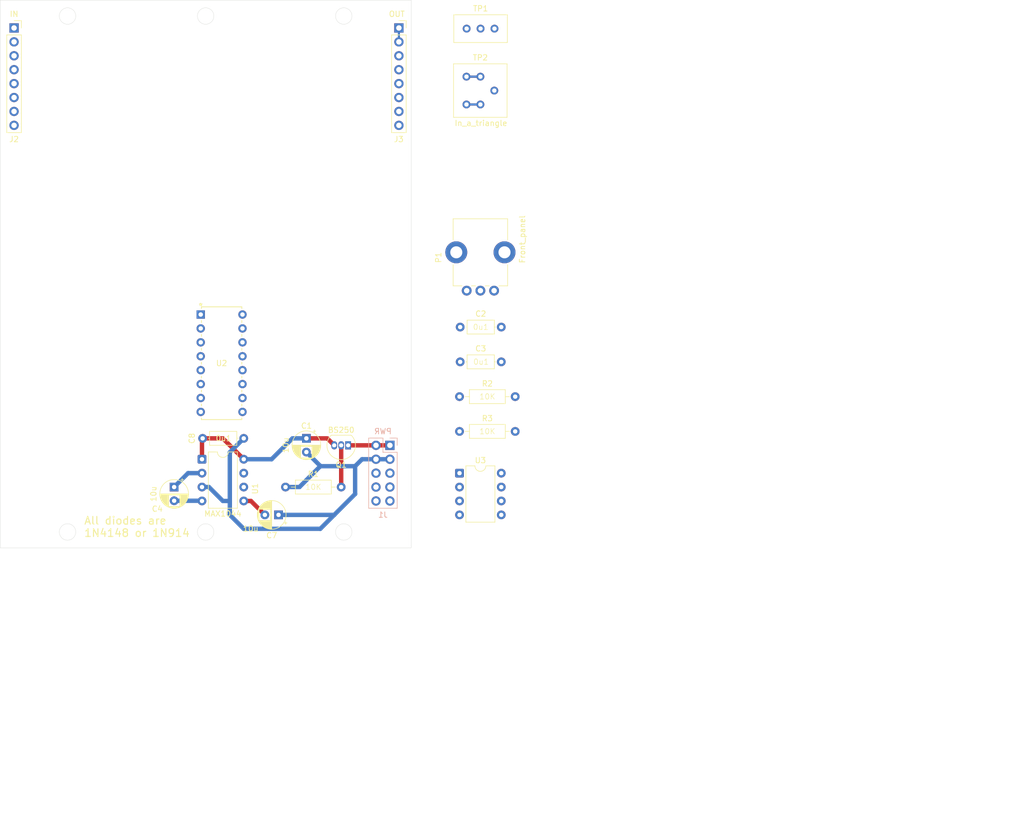
<source format=kicad_pcb>
(kicad_pcb (version 20241229) (generator "pcbnew") (generator_version "9.0")
  (layers (0 "F.Cu" signal) (2 "B.Cu" signal) (13 "F.Paste" user) (15 "B.Paste" user) (5 "F.SilkS" user "F.Silkscreen") (7 "B.SilkS" user "B.Silkscreen") (1 "F.Mask" user) (3 "B.Mask" user) (25 "Edge.Cuts" user))
  (net 0 "")
  (net 1 "+5V")
  (net 2 "GND")
  (net 4 "-5V")
  (net 5 "Net-(U1-CAP+)")
  (net 6 "Net-(U1-CAP-)")
  (net 9 "STOP")
  (net 10 "GATE")
  (net 11 "CV")
  (net 12 "CTRL")
  (net 13 "CLOCK")
  (net 14 "START")
  (net 17 "Net-(Q1-G)")
  (net 27 "Net-(J1-Pin_1)")
  (footprint "Aaron_Library:Potentiometer_TW_Frontpanel" (layer "F.Cu") (at 115.53 78.44 90)
    (property "Reference" "P1" (at 6.05 -10.15 90) (layer "F.SilkS"))
    (property "Value" "Front_panel" (hide yes))
    (fp_text user "${VALUE}" (at 4.920066 5.738379 90) (layer "F.SilkS") (effects (justify left bottom)))
    (pad "" np_thru_hole circle (at 7 -6.9 90) (size 4 4) (drill 2.2) (layers "*.Cu" "*.Mask"))
    (pad "" np_thru_hole circle (at 7 1.9 90) (size 4 4) (drill 2.2) (layers "*.Cu" "*.Mask"))
    (pad "1" thru_hole circle (at 0 0 90) (size 1.8 1.8) (drill 1) (layers "*.Cu" "*.Mask"))
    (pad "2" thru_hole circle (at 0 -2.5 90) (size 1.8 1.8) (drill 1) (layers "*.Cu" "*.Mask"))
    (pad "3" thru_hole circle (at 0 -5 90) (size 1.8 1.8) (drill 1) (layers "*.Cu" "*.Mask"))
  )
  (footprint "Package_DIP:DIP-8_W7.62mm" (layer "F.Cu") (at 109.22 111.76)
    (property "Reference" "U3" (at 3.81 -2.33 0) (layer "F.SilkS"))
    (property "Value" "TL072")
    (pad "1" thru_hole roundrect (at 0 0) (size 1.6 1.6) (drill 0.8) (layers "*.Cu" "*.Mask") (roundrect_rratio 0.15625))
    (pad "2" thru_hole circle (at 0 2.54) (size 1.6 1.6) (drill 0.8) (layers "*.Cu" "*.Mask"))
    (pad "3" thru_hole circle (at 0 5.08) (size 1.6 1.6) (drill 0.8) (layers "*.Cu" "*.Mask"))
    (pad "4" thru_hole circle (at 0 7.62) (size 1.6 1.6) (drill 0.8) (layers "*.Cu" "*.Mask"))
    (pad "5" thru_hole circle (at 7.62 7.62) (size 1.6 1.6) (drill 0.8) (layers "*.Cu" "*.Mask"))
    (pad "6" thru_hole circle (at 7.62 5.08) (size 1.6 1.6) (drill 0.8) (layers "*.Cu" "*.Mask"))
    (pad "7" thru_hole circle (at 7.62 2.54) (size 1.6 1.6) (drill 0.8) (layers "*.Cu" "*.Mask"))
    (pad "8" thru_hole circle (at 7.62 0) (size 1.6 1.6) (drill 0.8) (layers "*.Cu" "*.Mask"))
  )
  (footprint "Package_TO_SOT_THT:TO-92_Inline" (layer "F.Cu") (at 88.9 106.68 180)
    (property "Reference" "Q1" (at 1.27 -3.56 0) (layer "F.SilkS"))
    (property "Value" "BS250" (at 1.27 2.79 0) (layer "F.SilkS"))
    (pad "1" thru_hole rect (at 0 0 180) (size 1.05 1.5) (drill 0.75) (layers "*.Cu" "*.Mask") (net 27 "Net-(J1-Pin_1)"))
    (pad "2" thru_hole oval (at 1.27 0 180) (size 1.05 1.5) (drill 0.75) (layers "*.Cu" "*.Mask") (net 17 "Net-(Q1-G)"))
    (pad "3" thru_hole oval (at 2.54 0 180) (size 1.05 1.5) (drill 0.75) (layers "*.Cu" "*.Mask") (net 1 "+5V"))
  )
  (footprint "Connector_PinSocket_2.54mm:PinSocket_1x08_P2.54mm_Vertical" (layer "F.Cu") (at 27.94 30.48)
    (property "Reference" "J2" (at 0 20.32 180) (layer "F.SilkS"))
    (property "Value" "IN" (at 0 -2.54 0) (layer "F.SilkS"))
    (pad "1" thru_hole rect (at 0 0) (size 1.7 1.7) (drill 1) (layers "*.Cu" "*.Mask"))
    (pad "2" thru_hole oval (at 0 2.54) (size 1.7 1.7) (drill 1) (layers "*.Cu" "*.Mask"))
    (pad "3" thru_hole oval (at 0 5.08) (size 1.7 1.7) (drill 1) (layers "*.Cu" "*.Mask"))
    (pad "4" thru_hole oval (at 0 7.62) (size 1.7 1.7) (drill 1) (layers "*.Cu" "*.Mask"))
    (pad "5" thru_hole oval (at 0 10.16) (size 1.7 1.7) (drill 1) (layers "*.Cu" "*.Mask"))
    (pad "6" thru_hole oval (at 0 12.7) (size 1.7 1.7) (drill 1) (layers "*.Cu" "*.Mask"))
    (pad "7" thru_hole oval (at 0 15.24) (size 1.7 1.7) (drill 1) (layers "*.Cu" "*.Mask"))
    (pad "8" thru_hole oval (at 0 17.78) (size 1.7 1.7) (drill 1) (layers "*.Cu" "*.Mask"))
  )
  (footprint "SSM2164:N_16_ADI" (layer "F.Cu") (at 62 82.8)
    (property "Reference" "U2" (at 3.81 8.89 0) (layer "F.SilkS"))
    (property "Value" "SSM2164PZ")
    (fp_text user "*" (at 0 -1.524 0) (layer "F.SilkS"))
    (fp_text user "*" (at 0 -1.524 0) (layer "F.SilkS"))
    (pad "1" thru_hole rect (at 0 0) (size 1.524 1.524) (drill 0.8128) (layers "*.Cu" "*.Mask"))
    (pad "2" thru_hole circle (at 0 2.54) (size 1.524 1.524) (drill 0.8128) (layers "*.Cu" "*.Mask"))
    (pad "3" thru_hole circle (at 0 5.08) (size 1.524 1.524) (drill 0.8128) (layers "*.Cu" "*.Mask"))
    (pad "4" thru_hole circle (at 0 7.62) (size 1.524 1.524) (drill 0.8128) (layers "*.Cu" "*.Mask"))
    (pad "5" thru_hole circle (at 0 10.16) (size 1.524 1.524) (drill 0.8128) (layers "*.Cu" "*.Mask"))
    (pad "6" thru_hole circle (at 0 12.7) (size 1.524 1.524) (drill 0.8128) (layers "*.Cu" "*.Mask"))
    (pad "7" thru_hole circle (at 0 15.24) (size 1.524 1.524) (drill 0.8128) (layers "*.Cu" "*.Mask"))
    (pad "8" thru_hole circle (at 0 17.78) (size 1.524 1.524) (drill 0.8128) (layers "*.Cu" "*.Mask"))
    (pad "9" thru_hole circle (at 7.62 17.78) (size 1.524 1.524) (drill 0.8128) (layers "*.Cu" "*.Mask"))
    (pad "10" thru_hole circle (at 7.62 15.24) (size 1.524 1.524) (drill 0.8128) (layers "*.Cu" "*.Mask"))
    (pad "11" thru_hole circle (at 7.62 12.7) (size 1.524 1.524) (drill 0.8128) (layers "*.Cu" "*.Mask"))
    (pad "12" thru_hole circle (at 7.62 10.16) (size 1.524 1.524) (drill 0.8128) (layers "*.Cu" "*.Mask"))
    (pad "13" thru_hole circle (at 7.62 7.62) (size 1.524 1.524) (drill 0.8128) (layers "*.Cu" "*.Mask"))
    (pad "14" thru_hole circle (at 7.62 5.08) (size 1.524 1.524) (drill 0.8128) (layers "*.Cu" "*.Mask"))
    (pad "15" thru_hole circle (at 7.62 2.54) (size 1.524 1.524) (drill 0.8128) (layers "*.Cu" "*.Mask"))
    (pad "16" thru_hole circle (at 7.62 0) (size 1.524 1.524) (drill 0.8128) (layers "*.Cu" "*.Mask"))
  )
  (footprint "Aaron_Library:C_Axial_Aaron" (layer "F.Cu") (at 62.35 105.41)
    (property "Reference" "C8" (at -1.958464 0 90) (layer "F.SilkS"))
    (property "Value" "0u1" (hide yes))
    (fp_text user "${VALUE}" (at 3.81 0 0) (layer "F.SilkS"))
    (pad "1" thru_hole circle (at 0 0) (size 1.6 1.6) (drill 0.8) (layers "*.Cu" "*.Mask") (net 1 "+5V"))
    (pad "2" thru_hole oval (at 7.5 0) (size 1.6 1.6) (drill 0.8) (layers "*.Cu" "*.Mask") (net 2 "GND"))
  )
  (footprint "Package_DIP:DIP-8_W7.62mm" (layer "F.Cu") (at 62.23 109.22)
    (property "Reference" "U1" (at 9.700364 5.387333 90) (layer "F.SilkS"))
    (property "Value" "MAX1044" (at 3.81 9.95 0) (layer "F.SilkS"))
    (pad "1" thru_hole roundrect (at 0 0) (size 1.6 1.6) (drill 0.8) (layers "*.Cu" "*.Mask") (roundrect_rratio 0.15625) (net 1 "+5V"))
    (pad "2" thru_hole circle (at 0 2.54) (size 1.6 1.6) (drill 0.8) (layers "*.Cu" "*.Mask") (net 5 "Net-(U1-CAP+)"))
    (pad "3" thru_hole circle (at 0 5.08) (size 1.6 1.6) (drill 0.8) (layers "*.Cu" "*.Mask") (net 2 "GND"))
    (pad "4" thru_hole circle (at 0 7.62) (size 1.6 1.6) (drill 0.8) (layers "*.Cu" "*.Mask") (net 6 "Net-(U1-CAP-)"))
    (pad "5" thru_hole circle (at 7.62 7.62) (size 1.6 1.6) (drill 0.8) (layers "*.Cu" "*.Mask") (net 4 "-5V"))
    (pad "6" thru_hole circle (at 7.62 5.08) (size 1.6 1.6) (drill 0.8) (layers "*.Cu" "*.Mask"))
    (pad "7" thru_hole circle (at 7.62 2.54) (size 1.6 1.6) (drill 0.8) (layers "*.Cu" "*.Mask"))
    (pad "8" thru_hole circle (at 7.62 0) (size 1.6 1.6) (drill 0.8) (layers "*.Cu" "*.Mask"))
  )
  (footprint "Aaron_Library:Potentiometer_Square_Trimpot_Aaron" (layer "F.Cu") (at 113.03 44.45)
    (property "Reference" "TP2" (at -0.015 -8.555 0) (layer "F.SilkS"))
    (property "Value" "In_a_triangle" (hide yes))
    (fp_line (start -1.82 -5.08) (end -0.72 -5.08) (stroke (width 0.4)) (layer "F.Cu"))
    (fp_line (start -1.82 0) (end -0.72 0) (stroke (width 0.4)) (layer "F.Cu"))
    (fp_line (start -1.82 -5.08) (end -0.72 -5.08) (stroke (width 0.4)) (layer "B.Cu"))
    (fp_line (start -1.82 0) (end -0.72 0) (stroke (width 0.4)) (layer "B.Cu"))
    (fp_text user "${VALUE}" (at 0.109029 3.413435 0) (layer "F.SilkS"))
    (pad "1" thru_hole circle (at -2.54 0) (size 1.44 1.44) (drill 0.8) (layers "*.Cu" "*.Mask"))
    (pad "1" thru_hole circle (at 0 0) (size 1.44 1.44) (drill 0.8) (layers "*.Cu" "*.Mask"))
    (pad "2" thru_hole circle (at 2.54 -2.54) (size 1.44 1.44) (drill 0.8) (layers "*.Cu" "*.Mask"))
    (pad "3" thru_hole circle (at -2.54 -5.08) (size 1.44 1.44) (drill 0.8) (layers "*.Cu" "*.Mask"))
    (pad "3" thru_hole circle (at 0 -5.08) (size 1.44 1.44) (drill 0.8) (layers "*.Cu" "*.Mask"))
  )
  (footprint "Aaron_Library:R_Axial_Aaron" (layer "F.Cu") (at 77.47 114.3)
    (property "Reference" "R1" (at 5.08 -2.37 0) (layer "F.SilkS"))
    (property "Value" "10K" (hide yes))
    (fp_text user "${VALUE}" (at 5.08 0 0) (layer "F.SilkS") (effects (font (thickness 0.1))))
    (pad "1" thru_hole circle (at 0 0) (size 1.6 1.6) (drill 0.8) (layers "*.Cu" "*.Mask") (net 2 "GND"))
    (pad "2" thru_hole oval (at 10.16 0) (size 1.6 1.6) (drill 0.8) (layers "*.Cu" "*.Mask") (net 17 "Net-(Q1-G)"))
  )
  (footprint "Capacitor_THT:CP_Radial_D5.0mm_P2.50mm" (layer "F.Cu") (at 81.28 105.41 -90)
    (property "Reference" "C1" (at -2.282517 -0.017569 180) (layer "F.SilkS"))
    (property "Value" "10u" (at 1.25 3.75 90) (layer "F.SilkS"))
    (pad "1" thru_hole rect (at 0 0 270) (size 1.6 1.6) (drill 0.8) (layers "*.Cu" "*.Mask") (net 1 "+5V"))
    (pad "2" thru_hole circle (at 2.5 0 270) (size 1.6 1.6) (drill 0.8) (layers "*.Cu" "*.Mask") (net 2 "GND"))
  )
  (footprint "Connector_PinSocket_2.54mm:PinSocket_1x08_P2.54mm_Vertical" (layer "F.Cu") (at 98.16 30.48)
    (property "Reference" "J3" (at -0.025 20.32 0) (layer "F.SilkS"))
    (property "Value" "OUT" (at -0.37 -2.54 0) (layer "F.SilkS"))
    (pad "1" thru_hole rect (at 0 0) (size 1.7 1.7) (drill 1) (layers "*.Cu" "*.Mask"))
    (pad "2" thru_hole oval (at 0 2.54) (size 1.7 1.7) (drill 1) (layers "*.Cu" "*.Mask"))
    (pad "3" thru_hole oval (at 0 5.08) (size 1.7 1.7) (drill 1) (layers "*.Cu" "*.Mask"))
    (pad "4" thru_hole oval (at 0 7.62) (size 1.7 1.7) (drill 1) (layers "*.Cu" "*.Mask"))
    (pad "5" thru_hole oval (at 0 10.16) (size 1.7 1.7) (drill 1) (layers "*.Cu" "*.Mask"))
    (pad "6" thru_hole oval (at 0 12.7) (size 1.7 1.7) (drill 1) (layers "*.Cu" "*.Mask"))
    (pad "7" thru_hole oval (at 0 15.24) (size 1.7 1.7) (drill 1) (layers "*.Cu" "*.Mask"))
    (pad "8" thru_hole oval (at 0 17.78) (size 1.7 1.7) (drill 1) (layers "*.Cu" "*.Mask"))
  )
  (footprint "Potentiometer_THT:Potentiometer_Bourns_3296W_Vertical" (layer "F.Cu") (at 115.6 30.6)
    (property "Reference" "TP1" (at -2.54 -3.66 0) (layer "F.SilkS"))
    (property "Value" "In_a_row")
    (pad "1" thru_hole circle (at 0 0) (size 1.44 1.44) (drill 0.8) (layers "*.Cu" "*.Mask"))
    (pad "2" thru_hole circle (at -2.54 0) (size 1.44 1.44) (drill 0.8) (layers "*.Cu" "*.Mask"))
    (pad "3" thru_hole circle (at -5.08 0) (size 1.44 1.44) (drill 0.8) (layers "*.Cu" "*.Mask"))
  )
  (footprint "Aaron_Library:C_Axial_Aaron" (layer "F.Cu") (at 109.34 91.44)
    (property "Reference" "C3" (at 3.75 -2.42 0) (layer "F.SilkS"))
    (property "Value" "0u1" (hide yes))
    (fp_text user "${VALUE}" (at 3.81 0 0) (layer "F.SilkS") (effects (font (thickness 0.1))))
    (pad "1" thru_hole circle (at 0 0) (size 1.6 1.6) (drill 0.8) (layers "*.Cu" "*.Mask") (net 2 "GND"))
    (pad "2" thru_hole oval (at 7.5 0) (size 1.6 1.6) (drill 0.8) (layers "*.Cu" "*.Mask"))
  )
  (footprint "Aaron_Library:C_Axial_Aaron" (layer "F.Cu") (at 109.34 85.09)
    (property "Reference" "C2" (at 3.75 -2.42 0) (layer "F.SilkS"))
    (property "Value" "0u1" (hide yes))
    (fp_text user "${VALUE}" (at 3.75 0 0) (layer "F.SilkS") (effects (font (thickness 0.1))))
    (pad "1" thru_hole circle (at 0 0) (size 1.6 1.6) (drill 0.8) (layers "*.Cu" "*.Mask"))
    (pad "2" thru_hole oval (at 7.5 0) (size 1.6 1.6) (drill 0.8) (layers "*.Cu" "*.Mask") (net 2 "GND"))
  )
  (footprint "Aaron_Library:R_Axial_Aaron" (layer "F.Cu") (at 109.22 104.14)
    (property "Reference" "R3" (at 5.08 -2.37 0) (layer "F.SilkS"))
    (property "Value" "10K" (hide yes))
    (fp_text user "${VALUE}" (at 5.08 0 0) (layer "F.SilkS") (effects (font (thickness 0.1))))
    (pad "1" thru_hole circle (at 0 0) (size 1.6 1.6) (drill 0.8) (layers "*.Cu" "*.Mask"))
    (pad "2" thru_hole oval (at 10.16 0) (size 1.6 1.6) (drill 0.8) (layers "*.Cu" "*.Mask"))
  )
  (footprint "Capacitor_THT:CP_Radial_D5.0mm_P2.50mm" (layer "F.Cu") (at 57.15 114.3 -90)
    (property "Reference" "C4" (at 3.989825 3.069095 180) (layer "F.SilkS"))
    (property "Value" "10u" (at 1.25 3.75 90) (layer "F.SilkS"))
    (pad "1" thru_hole rect (at 0 0 270) (size 1.6 1.6) (drill 0.8) (layers "*.Cu" "*.Mask") (net 5 "Net-(U1-CAP+)"))
    (pad "2" thru_hole circle (at 2.5 0 270) (size 1.6 1.6) (drill 0.8) (layers "*.Cu" "*.Mask") (net 6 "Net-(U1-CAP-)"))
  )
  (footprint "Aaron_Library:R_Axial_Aaron" (layer "F.Cu") (at 109.22 97.79)
    (property "Reference" "R2" (at 5.08 -2.37 0) (layer "F.SilkS"))
    (property "Value" "10K" (hide yes))
    (fp_text user "${VALUE}" (at 5.08 0 0) (layer "F.SilkS") (effects (font (thickness 0.1))))
    (pad "1" thru_hole circle (at 0 0) (size 1.6 1.6) (drill 0.8) (layers "*.Cu" "*.Mask"))
    (pad "2" thru_hole oval (at 10.16 0) (size 1.6 1.6) (drill 0.8) (layers "*.Cu" "*.Mask"))
  )
  (footprint "Capacitor_THT:CP_Radial_D5.0mm_P2.50mm" (layer "F.Cu") (at 76.2 119.38 180)
    (property "Reference" "C7" (at 1.25 -3.75 0) (layer "F.SilkS"))
    (property "Value" "10u" (at 5.08 -2.54 0) (layer "F.SilkS"))
    (pad "1" thru_hole rect (at 0 0 180) (size 1.6 1.6) (drill 0.8) (layers "*.Cu" "*.Mask") (net 2 "GND"))
    (pad "2" thru_hole circle (at 2.5 0 180) (size 1.6 1.6) (drill 0.8) (layers "*.Cu" "*.Mask") (net 4 "-5V"))
  )
  (footprint "Connector_PinHeader_2.54mm:PinHeader_2x05_P2.54mm_Vertical" (layer "B.Cu") (at 96.52 106.68 180)
    (property "Reference" "J1" (at 1.27 -12.7 0) (layer "B.SilkS") (effects (justify mirror)))
    (property "Value" "PWR" (at 1.27 2.54 0) (layer "B.SilkS") (effects (justify mirror)))
    (pad "1" thru_hole rect (at 0 0 180) (size 1.7 1.7) (drill 1) (layers "*.Cu" "*.Mask") (net 27 "Net-(J1-Pin_1)"))
    (pad "2" thru_hole oval (at 2.54 0 180) (size 1.7 1.7) (drill 1) (layers "*.Cu" "*.Mask") (net 27 "Net-(J1-Pin_1)"))
    (pad "3" thru_hole oval (at 0 -2.54 180) (size 1.7 1.7) (drill 1) (layers "*.Cu" "*.Mask") (net 2 "GND"))
    (pad "4" thru_hole oval (at 2.54 -2.54 180) (size 1.7 1.7) (drill 1) (layers "*.Cu" "*.Mask") (net 2 "GND"))
    (pad "5" thru_hole oval (at 0 -5.08 180) (size 1.7 1.7) (drill 1) (layers "*.Cu" "*.Mask") (net 10 "GATE"))
    (pad "6" thru_hole oval (at 2.54 -5.08 180) (size 1.7 1.7) (drill 1) (layers "*.Cu" "*.Mask") (net 11 "CV"))
    (pad "7" thru_hole oval (at 0 -7.62 180) (size 1.7 1.7) (drill 1) (layers "*.Cu" "*.Mask") (net 13 "CLOCK"))
    (pad "8" thru_hole oval (at 2.54 -7.62 180) (size 1.7 1.7) (drill 1) (layers "*.Cu" "*.Mask") (net 14 "START"))
    (pad "9" thru_hole oval (at 0 -10.16 180) (size 1.7 1.7) (drill 1) (layers "*.Cu" "*.Mask") (net 9 "STOP"))
    (pad "10" thru_hole oval (at 2.54 -10.16 180) (size 1.7 1.7) (drill 1) (layers "*.Cu" "*.Mask") (net 12 "CTRL"))
  )
  (gr_circle (center 62.9 28.3) (end 64.4 28.3) (stroke (width 0.05)) (fill no) (layer "Edge.Cuts"))
  (gr_circle (center 88.1 28.3) (end 89.6 28.3) (stroke (width 0.05)) (fill no) (layer "Edge.Cuts"))
  (gr_rect (start 25.4 25.4) (end 100.4 125.4) (stroke (width 0.05)) (fill no) (layer "Edge.Cuts"))
  (gr_circle (center 37.7 28.3) (end 39.2 28.3) (stroke (width 0.05)) (fill no) (layer "Edge.Cuts"))
  (gr_circle (center 62.9 122.5) (end 64.4 122.5) (stroke (width 0.05)) (fill no) (layer "Edge.Cuts"))
  (gr_circle (center 37.7 122.5) (end 39.2 122.5) (stroke (width 0.05)) (fill no) (layer "Edge.Cuts"))
  (gr_circle (center 88.1 122.5) (end 89.6 122.5) (stroke (width 0.05)) (fill no) (layer "Edge.Cuts"))
  (gr_text "All diodes are\n1N4148 or 1N914" (at 40.64 123.5 0) (layer "F.SilkS") (effects (font (size 1.4 1.4) (thickness 0.2) (bold yes)) (justify left bottom)))
  (segment (start 98.16 30.48) (end 98.16 33.02) (width 0.4) (layer "B.Cu") (net 0))
  (segment (start 69.85 109.22) (end 66.04 105.41) (width 0.8) (layer "F.Cu") (net 1))
  (segment (start 62.23 105.53) (end 62.35 105.41) (width 0.8) (layer "F.Cu") (net 1))
  (segment (start 66.04 105.41) (end 62.35 105.41) (width 0.8) (layer "F.Cu") (net 1))
  (segment (start 85.09 105.41) (end 86.36 106.68) (width 0.8) (layer "F.Cu") (net 1))
  (segment (start 81.28 105.41) (end 85.09 105.41) (width 0.8) (layer "F.Cu") (net 1))
  (segment (start 62.23 109.22) (end 62.23 105.53) (width 0.8) (layer "F.Cu") (net 1))
  (segment (start 81.28 105.41) (end 78.74 105.41) (width 0.8) (layer "B.Cu") (net 1))
  (segment (start 78.74 105.41) (end 74.93 109.22) (width 0.8) (layer "B.Cu") (net 1))
  (segment (start 74.93 109.22) (end 69.85 109.22) (width 0.8) (layer "B.Cu") (net 1))
  (segment (start 77.47 114.3) (end 80.01 114.3) (width 0.8) (layer "B.Cu") (net 2))
  (segment (start 90.17 115.57) (end 90.17 110.49) (width 0.8) (layer "B.Cu") (net 2))
  (segment (start 62.23 114.3) (end 63.5 114.3) (width 0.8) (layer "B.Cu") (net 2))
  (segment (start 83.82 110.49) (end 90.17 110.49) (width 0.8) (layer "B.Cu") (net 2))
  (segment (start 90.17 110.49) (end 91.44 109.22) (width 0.8) (layer "B.Cu") (net 2))
  (segment (start 81.28 107.91) (end 83.82 110.45) (width 0.8) (layer "B.Cu") (net 2))
  (segment (start 93.98 109.22) (end 96.52 109.22) (width 0.8) (layer "B.Cu") (net 2))
  (segment (start 67.31 107.95) (end 67.31 116.84) (width 0.8) (layer "B.Cu") (net 2))
  (segment (start 63.5 114.3) (end 66.04 116.84) (width 0.8) (layer "B.Cu") (net 2))
  (segment (start 86.36 119.38) (end 90.17 115.57) (width 0.8) (layer "B.Cu") (net 2))
  (segment (start 66.04 116.84) (end 67.31 116.84) (width 0.8) (layer "B.Cu") (net 2))
  (segment (start 83.82 110.45) (end 83.82 110.49) (width 0.8) (layer "B.Cu") (net 2))
  (segment (start 83.82 121.92) (end 86.36 119.38) (width 0.8) (layer "B.Cu") (net 2))
  (segment (start 69.85 121.92) (end 83.82 121.92) (width 0.8) (layer "B.Cu") (net 2))
  (segment (start 67.31 116.84) (end 67.31 119.38) (width 0.8) (layer "B.Cu") (net 2))
  (segment (start 91.44 109.22) (end 93.98 109.22) (width 0.8) (layer "B.Cu") (net 2))
  (segment (start 69.85 105.41) (end 67.31 107.95) (width 0.8) (layer "B.Cu") (net 2))
  (segment (start 67.31 119.38) (end 69.85 121.92) (width 0.8) (layer "B.Cu") (net 2))
  (segment (start 76.2 119.38) (end 86.36 119.38) (width 0.8) (layer "B.Cu") (net 2))
  (segment (start 80.01 114.3) (end 83.82 110.49) (width 0.8) (layer "B.Cu") (net 2))
  (segment (start 69.85 116.84) (end 71.16 116.84) (width 0.8) (layer "F.Cu") (net 4))
  (segment (start 71.16 116.84) (end 73.7 119.38) (width 0.8) (layer "F.Cu") (net 4))
  (segment (start 57.15 114.3) (end 59.69 111.76) (width 0.8) (layer "B.Cu") (net 5))
  (segment (start 59.69 111.76) (end 62.23 111.76) (width 0.8) (layer "B.Cu") (net 5))
  (segment (start 62.19 116.8) (end 62.23 116.84) (width 0.8) (layer "F.Cu") (net 6))
  (segment (start 57.15 116.8) (end 62.19 116.8) (width 0.8) (layer "B.Cu") (net 6))
  (segment (start 87.63 114.3) (end 87.63 106.68) (width 0.8) (layer "F.Cu") (net 17))
  (segment (start 88.9 106.68) (end 93.98 106.68) (width 0.8) (layer "F.Cu") (net 27))
  (segment (start 93.98 106.68) (end 96.52 106.68) (width 0.8) (layer "F.Cu") (net 27))
)
</source>
